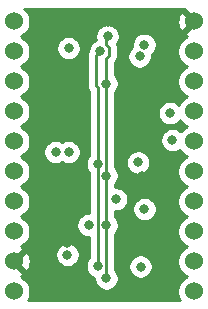
<source format=gbr>
%TF.GenerationSoftware,KiCad,Pcbnew,(5.1.9-0-10_14)*%
%TF.CreationDate,2022-01-13T23:21:40+01:00*%
%TF.ProjectId,tinypico_shield,74696e79-7069-4636-9f5f-736869656c64,rev?*%
%TF.SameCoordinates,Original*%
%TF.FileFunction,Copper,L2,Inr*%
%TF.FilePolarity,Positive*%
%FSLAX46Y46*%
G04 Gerber Fmt 4.6, Leading zero omitted, Abs format (unit mm)*
G04 Created by KiCad (PCBNEW (5.1.9-0-10_14)) date 2022-01-13 23:21:40*
%MOMM*%
%LPD*%
G01*
G04 APERTURE LIST*
%TA.AperFunction,ComponentPad*%
%ADD10C,1.524000*%
%TD*%
%TA.AperFunction,ViaPad*%
%ADD11C,0.800000*%
%TD*%
%TA.AperFunction,Conductor*%
%ADD12C,0.250000*%
%TD*%
%TA.AperFunction,Conductor*%
%ADD13C,0.254000*%
%TD*%
%TA.AperFunction,Conductor*%
%ADD14C,0.100000*%
%TD*%
G04 APERTURE END LIST*
D10*
%TO.N,GND*%
%TO.C,J7*%
X16620000Y-7745000D03*
%TO.N,Net-(J7-Pad19)*%
X16620000Y-10285000D03*
%TO.N,Net-(J7-Pad18)*%
X16620000Y-12825000D03*
%TO.N,Net-(J7-Pad17)*%
X16620000Y-15365000D03*
%TO.N,SDA*%
X16620000Y-17905000D03*
%TO.N,SCL*%
X16620000Y-20445000D03*
%TO.N,Net-(J7-Pad14)*%
X16620000Y-22985000D03*
%TO.N,Net-(J7-Pad13)*%
X16620000Y-25525000D03*
%TO.N,Net-(J7-Pad12)*%
X16620000Y-28065000D03*
%TO.N,Net-(J7-Pad11)*%
X16620000Y-30605000D03*
%TO.N,Net-(C2-Pad1)*%
X1380000Y-30605000D03*
%TO.N,GND*%
X1380000Y-28065000D03*
%TO.N,Net-(J7-Pad8)*%
X1380000Y-25525000D03*
%TO.N,Net-(J7-Pad7)*%
X1380000Y-22985000D03*
%TO.N,Net-(J7-Pad6)*%
X1380000Y-20445000D03*
%TO.N,Net-(J7-Pad5)*%
X1380000Y-17905000D03*
%TO.N,Net-(J7-Pad4)*%
X1380000Y-15365000D03*
%TO.N,Net-(J7-Pad3)*%
X1380000Y-12825000D03*
%TO.N,Net-(J7-Pad2)*%
X1380000Y-10285000D03*
%TO.N,Net-(J7-Pad1)*%
X1380000Y-7745000D03*
%TD*%
D11*
%TO.N,GND*%
X4500000Y-20500000D03*
X6600000Y-23000000D03*
X7900000Y-7800000D03*
X9300000Y-7800000D03*
X10500000Y-7800000D03*
X10500000Y-30900000D03*
X5900000Y-26500000D03*
X13600000Y-10700000D03*
X12600000Y-14700000D03*
X13600000Y-14700000D03*
X12200000Y-20800000D03*
%TO.N,SCL*%
X9200000Y-29500000D03*
X9300000Y-9000000D03*
X9200000Y-13000000D03*
X9200000Y-25000000D03*
X9200000Y-20800000D03*
X14800000Y-17800000D03*
%TO.N,SDA*%
X8474990Y-28456599D03*
X8687340Y-10287340D03*
X8474990Y-19825010D03*
%TO.N,VCC*%
X6000000Y-10000000D03*
X6000000Y-18800000D03*
X12422969Y-23625237D03*
X5900000Y-27500000D03*
X12100000Y-28500000D03*
X12414146Y-9718947D03*
X11900000Y-19674990D03*
X10000000Y-22800000D03*
X7700000Y-25000000D03*
X12020501Y-10707480D03*
X4900000Y-18800000D03*
X14600000Y-15500000D03*
%TD*%
D12*
%TO.N,SCL*%
X9200000Y-9100000D02*
X9300000Y-9000000D01*
X9200000Y-9726998D02*
X9200000Y-9100000D01*
X9412341Y-10635341D02*
X9412341Y-9939339D01*
X9200000Y-10847682D02*
X9412341Y-10635341D01*
X9412341Y-9939339D02*
X9200000Y-9726998D01*
X9200000Y-13000000D02*
X9200000Y-10847682D01*
X9200000Y-29500000D02*
X9200000Y-25000000D01*
X9200000Y-20800000D02*
X9200000Y-13000000D01*
X9200000Y-25000000D02*
X9200000Y-20800000D01*
%TO.N,SDA*%
X8287341Y-13160343D02*
X8287341Y-10687339D01*
X8474990Y-13347992D02*
X8287341Y-13160343D01*
X8474990Y-28456599D02*
X8474990Y-19825010D01*
X8287341Y-10687339D02*
X8687340Y-10287340D01*
X8474990Y-19825010D02*
X8474990Y-13347992D01*
%TD*%
D13*
%TO.N,GND*%
X15834040Y-6779435D02*
X16620000Y-7565395D01*
X16634143Y-7551253D01*
X16813748Y-7730858D01*
X16799605Y-7745000D01*
X16813748Y-7759143D01*
X16634143Y-7938748D01*
X16620000Y-7924605D01*
X15834040Y-8710565D01*
X15901020Y-8950656D01*
X16036760Y-9014485D01*
X15958273Y-9046995D01*
X15729465Y-9199880D01*
X15534880Y-9394465D01*
X15381995Y-9623273D01*
X15276686Y-9877510D01*
X15223000Y-10147408D01*
X15223000Y-10422592D01*
X15276686Y-10692490D01*
X15381995Y-10946727D01*
X15534880Y-11175535D01*
X15729465Y-11370120D01*
X15958273Y-11523005D01*
X16035515Y-11555000D01*
X15958273Y-11586995D01*
X15729465Y-11739880D01*
X15534880Y-11934465D01*
X15381995Y-12163273D01*
X15276686Y-12417510D01*
X15223000Y-12687408D01*
X15223000Y-12962592D01*
X15276686Y-13232490D01*
X15381995Y-13486727D01*
X15534880Y-13715535D01*
X15729465Y-13910120D01*
X15958273Y-14063005D01*
X16035515Y-14095000D01*
X15958273Y-14126995D01*
X15729465Y-14279880D01*
X15534880Y-14474465D01*
X15381995Y-14703273D01*
X15348309Y-14784598D01*
X15259774Y-14696063D01*
X15090256Y-14582795D01*
X14901898Y-14504774D01*
X14701939Y-14465000D01*
X14498061Y-14465000D01*
X14298102Y-14504774D01*
X14109744Y-14582795D01*
X13940226Y-14696063D01*
X13796063Y-14840226D01*
X13682795Y-15009744D01*
X13604774Y-15198102D01*
X13565000Y-15398061D01*
X13565000Y-15601939D01*
X13604774Y-15801898D01*
X13682795Y-15990256D01*
X13796063Y-16159774D01*
X13940226Y-16303937D01*
X14109744Y-16417205D01*
X14298102Y-16495226D01*
X14498061Y-16535000D01*
X14701939Y-16535000D01*
X14901898Y-16495226D01*
X15090256Y-16417205D01*
X15259774Y-16303937D01*
X15403937Y-16159774D01*
X15437416Y-16109670D01*
X15534880Y-16255535D01*
X15729465Y-16450120D01*
X15958273Y-16603005D01*
X16035515Y-16635000D01*
X15958273Y-16666995D01*
X15729465Y-16819880D01*
X15534880Y-17014465D01*
X15512168Y-17048457D01*
X15459774Y-16996063D01*
X15290256Y-16882795D01*
X15101898Y-16804774D01*
X14901939Y-16765000D01*
X14698061Y-16765000D01*
X14498102Y-16804774D01*
X14309744Y-16882795D01*
X14140226Y-16996063D01*
X13996063Y-17140226D01*
X13882795Y-17309744D01*
X13804774Y-17498102D01*
X13765000Y-17698061D01*
X13765000Y-17901939D01*
X13804774Y-18101898D01*
X13882795Y-18290256D01*
X13996063Y-18459774D01*
X14140226Y-18603937D01*
X14309744Y-18717205D01*
X14498102Y-18795226D01*
X14698061Y-18835000D01*
X14901939Y-18835000D01*
X15101898Y-18795226D01*
X15290256Y-18717205D01*
X15423191Y-18628381D01*
X15534880Y-18795535D01*
X15729465Y-18990120D01*
X15958273Y-19143005D01*
X16035515Y-19175000D01*
X15958273Y-19206995D01*
X15729465Y-19359880D01*
X15534880Y-19554465D01*
X15381995Y-19783273D01*
X15276686Y-20037510D01*
X15223000Y-20307408D01*
X15223000Y-20582592D01*
X15276686Y-20852490D01*
X15381995Y-21106727D01*
X15534880Y-21335535D01*
X15729465Y-21530120D01*
X15958273Y-21683005D01*
X16035515Y-21715000D01*
X15958273Y-21746995D01*
X15729465Y-21899880D01*
X15534880Y-22094465D01*
X15381995Y-22323273D01*
X15276686Y-22577510D01*
X15223000Y-22847408D01*
X15223000Y-23122592D01*
X15276686Y-23392490D01*
X15381995Y-23646727D01*
X15534880Y-23875535D01*
X15729465Y-24070120D01*
X15958273Y-24223005D01*
X16035515Y-24255000D01*
X15958273Y-24286995D01*
X15729465Y-24439880D01*
X15534880Y-24634465D01*
X15381995Y-24863273D01*
X15276686Y-25117510D01*
X15223000Y-25387408D01*
X15223000Y-25662592D01*
X15276686Y-25932490D01*
X15381995Y-26186727D01*
X15534880Y-26415535D01*
X15729465Y-26610120D01*
X15958273Y-26763005D01*
X16035515Y-26795000D01*
X15958273Y-26826995D01*
X15729465Y-26979880D01*
X15534880Y-27174465D01*
X15381995Y-27403273D01*
X15276686Y-27657510D01*
X15223000Y-27927408D01*
X15223000Y-28202592D01*
X15276686Y-28472490D01*
X15381995Y-28726727D01*
X15534880Y-28955535D01*
X15729465Y-29150120D01*
X15958273Y-29303005D01*
X16035515Y-29335000D01*
X15958273Y-29366995D01*
X15729465Y-29519880D01*
X15534880Y-29714465D01*
X15381995Y-29943273D01*
X15276686Y-30197510D01*
X15223000Y-30467408D01*
X15223000Y-30742592D01*
X15276686Y-31012490D01*
X15381995Y-31266727D01*
X15430955Y-31340000D01*
X2569045Y-31340000D01*
X2618005Y-31266727D01*
X2723314Y-31012490D01*
X2777000Y-30742592D01*
X2777000Y-30467408D01*
X2723314Y-30197510D01*
X2618005Y-29943273D01*
X2465120Y-29714465D01*
X2270535Y-29519880D01*
X2041727Y-29366995D01*
X1970057Y-29337308D01*
X1983023Y-29332636D01*
X2098980Y-29270656D01*
X2165960Y-29030565D01*
X1380000Y-28244605D01*
X1365858Y-28258748D01*
X1186253Y-28079143D01*
X1200395Y-28065000D01*
X1559605Y-28065000D01*
X2345565Y-28850960D01*
X2585656Y-28783980D01*
X2702756Y-28534952D01*
X2769023Y-28267865D01*
X2781910Y-27992983D01*
X2740922Y-27720867D01*
X2647636Y-27461977D01*
X2613473Y-27398061D01*
X4865000Y-27398061D01*
X4865000Y-27601939D01*
X4904774Y-27801898D01*
X4982795Y-27990256D01*
X5096063Y-28159774D01*
X5240226Y-28303937D01*
X5409744Y-28417205D01*
X5598102Y-28495226D01*
X5798061Y-28535000D01*
X6001939Y-28535000D01*
X6201898Y-28495226D01*
X6390256Y-28417205D01*
X6559774Y-28303937D01*
X6703937Y-28159774D01*
X6817205Y-27990256D01*
X6895226Y-27801898D01*
X6935000Y-27601939D01*
X6935000Y-27398061D01*
X6895226Y-27198102D01*
X6817205Y-27009744D01*
X6703937Y-26840226D01*
X6559774Y-26696063D01*
X6390256Y-26582795D01*
X6201898Y-26504774D01*
X6001939Y-26465000D01*
X5798061Y-26465000D01*
X5598102Y-26504774D01*
X5409744Y-26582795D01*
X5240226Y-26696063D01*
X5096063Y-26840226D01*
X4982795Y-27009744D01*
X4904774Y-27198102D01*
X4865000Y-27398061D01*
X2613473Y-27398061D01*
X2585656Y-27346020D01*
X2345565Y-27279040D01*
X1559605Y-28065000D01*
X1200395Y-28065000D01*
X1186253Y-28050858D01*
X1365858Y-27871253D01*
X1380000Y-27885395D01*
X2165960Y-27099435D01*
X2098980Y-26859344D01*
X1963240Y-26795515D01*
X2041727Y-26763005D01*
X2270535Y-26610120D01*
X2465120Y-26415535D01*
X2618005Y-26186727D01*
X2723314Y-25932490D01*
X2777000Y-25662592D01*
X2777000Y-25387408D01*
X2723314Y-25117510D01*
X2632415Y-24898061D01*
X6665000Y-24898061D01*
X6665000Y-25101939D01*
X6704774Y-25301898D01*
X6782795Y-25490256D01*
X6896063Y-25659774D01*
X7040226Y-25803937D01*
X7209744Y-25917205D01*
X7398102Y-25995226D01*
X7598061Y-26035000D01*
X7714990Y-26035000D01*
X7714990Y-27752888D01*
X7671053Y-27796825D01*
X7557785Y-27966343D01*
X7479764Y-28154701D01*
X7439990Y-28354660D01*
X7439990Y-28558538D01*
X7479764Y-28758497D01*
X7557785Y-28946855D01*
X7671053Y-29116373D01*
X7815216Y-29260536D01*
X7984734Y-29373804D01*
X8165000Y-29448473D01*
X8165000Y-29601939D01*
X8204774Y-29801898D01*
X8282795Y-29990256D01*
X8396063Y-30159774D01*
X8540226Y-30303937D01*
X8709744Y-30417205D01*
X8898102Y-30495226D01*
X9098061Y-30535000D01*
X9301939Y-30535000D01*
X9501898Y-30495226D01*
X9690256Y-30417205D01*
X9859774Y-30303937D01*
X10003937Y-30159774D01*
X10117205Y-29990256D01*
X10195226Y-29801898D01*
X10235000Y-29601939D01*
X10235000Y-29398061D01*
X10195226Y-29198102D01*
X10117205Y-29009744D01*
X10003937Y-28840226D01*
X9960000Y-28796289D01*
X9960000Y-28398061D01*
X11065000Y-28398061D01*
X11065000Y-28601939D01*
X11104774Y-28801898D01*
X11182795Y-28990256D01*
X11296063Y-29159774D01*
X11440226Y-29303937D01*
X11609744Y-29417205D01*
X11798102Y-29495226D01*
X11998061Y-29535000D01*
X12201939Y-29535000D01*
X12401898Y-29495226D01*
X12590256Y-29417205D01*
X12759774Y-29303937D01*
X12903937Y-29159774D01*
X13017205Y-28990256D01*
X13095226Y-28801898D01*
X13135000Y-28601939D01*
X13135000Y-28398061D01*
X13095226Y-28198102D01*
X13017205Y-28009744D01*
X12903937Y-27840226D01*
X12759774Y-27696063D01*
X12590256Y-27582795D01*
X12401898Y-27504774D01*
X12201939Y-27465000D01*
X11998061Y-27465000D01*
X11798102Y-27504774D01*
X11609744Y-27582795D01*
X11440226Y-27696063D01*
X11296063Y-27840226D01*
X11182795Y-28009744D01*
X11104774Y-28198102D01*
X11065000Y-28398061D01*
X9960000Y-28398061D01*
X9960000Y-25703711D01*
X10003937Y-25659774D01*
X10117205Y-25490256D01*
X10195226Y-25301898D01*
X10235000Y-25101939D01*
X10235000Y-24898061D01*
X10195226Y-24698102D01*
X10117205Y-24509744D01*
X10003937Y-24340226D01*
X9960000Y-24296289D01*
X9960000Y-23835000D01*
X10101939Y-23835000D01*
X10301898Y-23795226D01*
X10490256Y-23717205D01*
X10659774Y-23603937D01*
X10740413Y-23523298D01*
X11387969Y-23523298D01*
X11387969Y-23727176D01*
X11427743Y-23927135D01*
X11505764Y-24115493D01*
X11619032Y-24285011D01*
X11763195Y-24429174D01*
X11932713Y-24542442D01*
X12121071Y-24620463D01*
X12321030Y-24660237D01*
X12524908Y-24660237D01*
X12724867Y-24620463D01*
X12913225Y-24542442D01*
X13082743Y-24429174D01*
X13226906Y-24285011D01*
X13340174Y-24115493D01*
X13418195Y-23927135D01*
X13457969Y-23727176D01*
X13457969Y-23523298D01*
X13418195Y-23323339D01*
X13340174Y-23134981D01*
X13226906Y-22965463D01*
X13082743Y-22821300D01*
X12913225Y-22708032D01*
X12724867Y-22630011D01*
X12524908Y-22590237D01*
X12321030Y-22590237D01*
X12121071Y-22630011D01*
X11932713Y-22708032D01*
X11763195Y-22821300D01*
X11619032Y-22965463D01*
X11505764Y-23134981D01*
X11427743Y-23323339D01*
X11387969Y-23523298D01*
X10740413Y-23523298D01*
X10803937Y-23459774D01*
X10917205Y-23290256D01*
X10995226Y-23101898D01*
X11035000Y-22901939D01*
X11035000Y-22698061D01*
X10995226Y-22498102D01*
X10917205Y-22309744D01*
X10803937Y-22140226D01*
X10659774Y-21996063D01*
X10490256Y-21882795D01*
X10301898Y-21804774D01*
X10101939Y-21765000D01*
X9960000Y-21765000D01*
X9960000Y-21503711D01*
X10003937Y-21459774D01*
X10117205Y-21290256D01*
X10195226Y-21101898D01*
X10235000Y-20901939D01*
X10235000Y-20698061D01*
X10195226Y-20498102D01*
X10117205Y-20309744D01*
X10003937Y-20140226D01*
X9960000Y-20096289D01*
X9960000Y-19573051D01*
X10865000Y-19573051D01*
X10865000Y-19776929D01*
X10904774Y-19976888D01*
X10982795Y-20165246D01*
X11096063Y-20334764D01*
X11240226Y-20478927D01*
X11409744Y-20592195D01*
X11598102Y-20670216D01*
X11798061Y-20709990D01*
X12001939Y-20709990D01*
X12201898Y-20670216D01*
X12390256Y-20592195D01*
X12559774Y-20478927D01*
X12703937Y-20334764D01*
X12817205Y-20165246D01*
X12895226Y-19976888D01*
X12935000Y-19776929D01*
X12935000Y-19573051D01*
X12895226Y-19373092D01*
X12817205Y-19184734D01*
X12703937Y-19015216D01*
X12559774Y-18871053D01*
X12390256Y-18757785D01*
X12201898Y-18679764D01*
X12001939Y-18639990D01*
X11798061Y-18639990D01*
X11598102Y-18679764D01*
X11409744Y-18757785D01*
X11240226Y-18871053D01*
X11096063Y-19015216D01*
X10982795Y-19184734D01*
X10904774Y-19373092D01*
X10865000Y-19573051D01*
X9960000Y-19573051D01*
X9960000Y-13703711D01*
X10003937Y-13659774D01*
X10117205Y-13490256D01*
X10195226Y-13301898D01*
X10235000Y-13101939D01*
X10235000Y-12898061D01*
X10195226Y-12698102D01*
X10117205Y-12509744D01*
X10003937Y-12340226D01*
X9960000Y-12296289D01*
X9960000Y-11166011D01*
X10047315Y-11059617D01*
X10117887Y-10927588D01*
X10161344Y-10784327D01*
X10172341Y-10672674D01*
X10172341Y-10672673D01*
X10176018Y-10635341D01*
X10173083Y-10605541D01*
X10985501Y-10605541D01*
X10985501Y-10809419D01*
X11025275Y-11009378D01*
X11103296Y-11197736D01*
X11216564Y-11367254D01*
X11360727Y-11511417D01*
X11530245Y-11624685D01*
X11718603Y-11702706D01*
X11918562Y-11742480D01*
X12122440Y-11742480D01*
X12322399Y-11702706D01*
X12510757Y-11624685D01*
X12680275Y-11511417D01*
X12824438Y-11367254D01*
X12937706Y-11197736D01*
X13015727Y-11009378D01*
X13055501Y-10809419D01*
X13055501Y-10605541D01*
X13043149Y-10543444D01*
X13073920Y-10522884D01*
X13218083Y-10378721D01*
X13331351Y-10209203D01*
X13409372Y-10020845D01*
X13449146Y-9820886D01*
X13449146Y-9617008D01*
X13409372Y-9417049D01*
X13331351Y-9228691D01*
X13218083Y-9059173D01*
X13073920Y-8915010D01*
X12904402Y-8801742D01*
X12716044Y-8723721D01*
X12516085Y-8683947D01*
X12312207Y-8683947D01*
X12112248Y-8723721D01*
X11923890Y-8801742D01*
X11754372Y-8915010D01*
X11610209Y-9059173D01*
X11496941Y-9228691D01*
X11418920Y-9417049D01*
X11379146Y-9617008D01*
X11379146Y-9820886D01*
X11391498Y-9882983D01*
X11360727Y-9903543D01*
X11216564Y-10047706D01*
X11103296Y-10217224D01*
X11025275Y-10405582D01*
X10985501Y-10605541D01*
X10173083Y-10605541D01*
X10172341Y-10598008D01*
X10172341Y-9976672D01*
X10176018Y-9939339D01*
X10161344Y-9790353D01*
X10117887Y-9647093D01*
X10117887Y-9647092D01*
X10115453Y-9642539D01*
X10217205Y-9490256D01*
X10295226Y-9301898D01*
X10335000Y-9101939D01*
X10335000Y-8898061D01*
X10295226Y-8698102D01*
X10217205Y-8509744D01*
X10103937Y-8340226D01*
X9959774Y-8196063D01*
X9790256Y-8082795D01*
X9601898Y-8004774D01*
X9401939Y-7965000D01*
X9198061Y-7965000D01*
X8998102Y-8004774D01*
X8809744Y-8082795D01*
X8640226Y-8196063D01*
X8496063Y-8340226D01*
X8382795Y-8509744D01*
X8304774Y-8698102D01*
X8265000Y-8898061D01*
X8265000Y-9101939D01*
X8304774Y-9301898D01*
X8313129Y-9322067D01*
X8197084Y-9370135D01*
X8027566Y-9483403D01*
X7883403Y-9627566D01*
X7770135Y-9797084D01*
X7692114Y-9985442D01*
X7652340Y-10185401D01*
X7652340Y-10263114D01*
X7581795Y-10395093D01*
X7573454Y-10422592D01*
X7538339Y-10538353D01*
X7528786Y-10635341D01*
X7523665Y-10687339D01*
X7527342Y-10724671D01*
X7527341Y-13123020D01*
X7523665Y-13160343D01*
X7527341Y-13197665D01*
X7527341Y-13197675D01*
X7538338Y-13309328D01*
X7581795Y-13452589D01*
X7652367Y-13584619D01*
X7692212Y-13633169D01*
X7714991Y-13660926D01*
X7714990Y-19121299D01*
X7671053Y-19165236D01*
X7557785Y-19334754D01*
X7479764Y-19523112D01*
X7439990Y-19723071D01*
X7439990Y-19926949D01*
X7479764Y-20126908D01*
X7557785Y-20315266D01*
X7671053Y-20484784D01*
X7714991Y-20528722D01*
X7714991Y-23965000D01*
X7598061Y-23965000D01*
X7398102Y-24004774D01*
X7209744Y-24082795D01*
X7040226Y-24196063D01*
X6896063Y-24340226D01*
X6782795Y-24509744D01*
X6704774Y-24698102D01*
X6665000Y-24898061D01*
X2632415Y-24898061D01*
X2618005Y-24863273D01*
X2465120Y-24634465D01*
X2270535Y-24439880D01*
X2041727Y-24286995D01*
X1964485Y-24255000D01*
X2041727Y-24223005D01*
X2270535Y-24070120D01*
X2465120Y-23875535D01*
X2618005Y-23646727D01*
X2723314Y-23392490D01*
X2777000Y-23122592D01*
X2777000Y-22847408D01*
X2723314Y-22577510D01*
X2618005Y-22323273D01*
X2465120Y-22094465D01*
X2270535Y-21899880D01*
X2041727Y-21746995D01*
X1964485Y-21715000D01*
X2041727Y-21683005D01*
X2270535Y-21530120D01*
X2465120Y-21335535D01*
X2618005Y-21106727D01*
X2723314Y-20852490D01*
X2777000Y-20582592D01*
X2777000Y-20307408D01*
X2723314Y-20037510D01*
X2618005Y-19783273D01*
X2465120Y-19554465D01*
X2270535Y-19359880D01*
X2041727Y-19206995D01*
X1964485Y-19175000D01*
X2041727Y-19143005D01*
X2270535Y-18990120D01*
X2465120Y-18795535D01*
X2530250Y-18698061D01*
X3865000Y-18698061D01*
X3865000Y-18901939D01*
X3904774Y-19101898D01*
X3982795Y-19290256D01*
X4096063Y-19459774D01*
X4240226Y-19603937D01*
X4409744Y-19717205D01*
X4598102Y-19795226D01*
X4798061Y-19835000D01*
X5001939Y-19835000D01*
X5201898Y-19795226D01*
X5390256Y-19717205D01*
X5450000Y-19677285D01*
X5509744Y-19717205D01*
X5698102Y-19795226D01*
X5898061Y-19835000D01*
X6101939Y-19835000D01*
X6301898Y-19795226D01*
X6490256Y-19717205D01*
X6659774Y-19603937D01*
X6803937Y-19459774D01*
X6917205Y-19290256D01*
X6995226Y-19101898D01*
X7035000Y-18901939D01*
X7035000Y-18698061D01*
X6995226Y-18498102D01*
X6917205Y-18309744D01*
X6803937Y-18140226D01*
X6659774Y-17996063D01*
X6490256Y-17882795D01*
X6301898Y-17804774D01*
X6101939Y-17765000D01*
X5898061Y-17765000D01*
X5698102Y-17804774D01*
X5509744Y-17882795D01*
X5450000Y-17922715D01*
X5390256Y-17882795D01*
X5201898Y-17804774D01*
X5001939Y-17765000D01*
X4798061Y-17765000D01*
X4598102Y-17804774D01*
X4409744Y-17882795D01*
X4240226Y-17996063D01*
X4096063Y-18140226D01*
X3982795Y-18309744D01*
X3904774Y-18498102D01*
X3865000Y-18698061D01*
X2530250Y-18698061D01*
X2618005Y-18566727D01*
X2723314Y-18312490D01*
X2777000Y-18042592D01*
X2777000Y-17767408D01*
X2723314Y-17497510D01*
X2618005Y-17243273D01*
X2465120Y-17014465D01*
X2270535Y-16819880D01*
X2041727Y-16666995D01*
X1964485Y-16635000D01*
X2041727Y-16603005D01*
X2270535Y-16450120D01*
X2465120Y-16255535D01*
X2618005Y-16026727D01*
X2723314Y-15772490D01*
X2777000Y-15502592D01*
X2777000Y-15227408D01*
X2723314Y-14957510D01*
X2618005Y-14703273D01*
X2465120Y-14474465D01*
X2270535Y-14279880D01*
X2041727Y-14126995D01*
X1964485Y-14095000D01*
X2041727Y-14063005D01*
X2270535Y-13910120D01*
X2465120Y-13715535D01*
X2618005Y-13486727D01*
X2723314Y-13232490D01*
X2777000Y-12962592D01*
X2777000Y-12687408D01*
X2723314Y-12417510D01*
X2618005Y-12163273D01*
X2465120Y-11934465D01*
X2270535Y-11739880D01*
X2041727Y-11586995D01*
X1964485Y-11555000D01*
X2041727Y-11523005D01*
X2270535Y-11370120D01*
X2465120Y-11175535D01*
X2618005Y-10946727D01*
X2723314Y-10692490D01*
X2777000Y-10422592D01*
X2777000Y-10147408D01*
X2727402Y-9898061D01*
X4965000Y-9898061D01*
X4965000Y-10101939D01*
X5004774Y-10301898D01*
X5082795Y-10490256D01*
X5196063Y-10659774D01*
X5340226Y-10803937D01*
X5509744Y-10917205D01*
X5698102Y-10995226D01*
X5898061Y-11035000D01*
X6101939Y-11035000D01*
X6301898Y-10995226D01*
X6490256Y-10917205D01*
X6659774Y-10803937D01*
X6803937Y-10659774D01*
X6917205Y-10490256D01*
X6995226Y-10301898D01*
X7035000Y-10101939D01*
X7035000Y-9898061D01*
X6995226Y-9698102D01*
X6917205Y-9509744D01*
X6803937Y-9340226D01*
X6659774Y-9196063D01*
X6490256Y-9082795D01*
X6301898Y-9004774D01*
X6101939Y-8965000D01*
X5898061Y-8965000D01*
X5698102Y-9004774D01*
X5509744Y-9082795D01*
X5340226Y-9196063D01*
X5196063Y-9340226D01*
X5082795Y-9509744D01*
X5004774Y-9698102D01*
X4965000Y-9898061D01*
X2727402Y-9898061D01*
X2723314Y-9877510D01*
X2618005Y-9623273D01*
X2465120Y-9394465D01*
X2270535Y-9199880D01*
X2041727Y-9046995D01*
X1964485Y-9015000D01*
X2041727Y-8983005D01*
X2270535Y-8830120D01*
X2465120Y-8635535D01*
X2618005Y-8406727D01*
X2723314Y-8152490D01*
X2777000Y-7882592D01*
X2777000Y-7817017D01*
X15218090Y-7817017D01*
X15259078Y-8089133D01*
X15352364Y-8348023D01*
X15414344Y-8463980D01*
X15654435Y-8530960D01*
X16440395Y-7745000D01*
X15654435Y-6959040D01*
X15414344Y-7026020D01*
X15297244Y-7275048D01*
X15230977Y-7542135D01*
X15218090Y-7817017D01*
X2777000Y-7817017D01*
X2777000Y-7607408D01*
X2723314Y-7337510D01*
X2618005Y-7083273D01*
X2465120Y-6854465D01*
X2270655Y-6660000D01*
X15867360Y-6660000D01*
X15834040Y-6779435D01*
%TA.AperFunction,Conductor*%
D14*
G36*
X15834040Y-6779435D02*
G01*
X16620000Y-7565395D01*
X16634143Y-7551253D01*
X16813748Y-7730858D01*
X16799605Y-7745000D01*
X16813748Y-7759143D01*
X16634143Y-7938748D01*
X16620000Y-7924605D01*
X15834040Y-8710565D01*
X15901020Y-8950656D01*
X16036760Y-9014485D01*
X15958273Y-9046995D01*
X15729465Y-9199880D01*
X15534880Y-9394465D01*
X15381995Y-9623273D01*
X15276686Y-9877510D01*
X15223000Y-10147408D01*
X15223000Y-10422592D01*
X15276686Y-10692490D01*
X15381995Y-10946727D01*
X15534880Y-11175535D01*
X15729465Y-11370120D01*
X15958273Y-11523005D01*
X16035515Y-11555000D01*
X15958273Y-11586995D01*
X15729465Y-11739880D01*
X15534880Y-11934465D01*
X15381995Y-12163273D01*
X15276686Y-12417510D01*
X15223000Y-12687408D01*
X15223000Y-12962592D01*
X15276686Y-13232490D01*
X15381995Y-13486727D01*
X15534880Y-13715535D01*
X15729465Y-13910120D01*
X15958273Y-14063005D01*
X16035515Y-14095000D01*
X15958273Y-14126995D01*
X15729465Y-14279880D01*
X15534880Y-14474465D01*
X15381995Y-14703273D01*
X15348309Y-14784598D01*
X15259774Y-14696063D01*
X15090256Y-14582795D01*
X14901898Y-14504774D01*
X14701939Y-14465000D01*
X14498061Y-14465000D01*
X14298102Y-14504774D01*
X14109744Y-14582795D01*
X13940226Y-14696063D01*
X13796063Y-14840226D01*
X13682795Y-15009744D01*
X13604774Y-15198102D01*
X13565000Y-15398061D01*
X13565000Y-15601939D01*
X13604774Y-15801898D01*
X13682795Y-15990256D01*
X13796063Y-16159774D01*
X13940226Y-16303937D01*
X14109744Y-16417205D01*
X14298102Y-16495226D01*
X14498061Y-16535000D01*
X14701939Y-16535000D01*
X14901898Y-16495226D01*
X15090256Y-16417205D01*
X15259774Y-16303937D01*
X15403937Y-16159774D01*
X15437416Y-16109670D01*
X15534880Y-16255535D01*
X15729465Y-16450120D01*
X15958273Y-16603005D01*
X16035515Y-16635000D01*
X15958273Y-16666995D01*
X15729465Y-16819880D01*
X15534880Y-17014465D01*
X15512168Y-17048457D01*
X15459774Y-16996063D01*
X15290256Y-16882795D01*
X15101898Y-16804774D01*
X14901939Y-16765000D01*
X14698061Y-16765000D01*
X14498102Y-16804774D01*
X14309744Y-16882795D01*
X14140226Y-16996063D01*
X13996063Y-17140226D01*
X13882795Y-17309744D01*
X13804774Y-17498102D01*
X13765000Y-17698061D01*
X13765000Y-17901939D01*
X13804774Y-18101898D01*
X13882795Y-18290256D01*
X13996063Y-18459774D01*
X14140226Y-18603937D01*
X14309744Y-18717205D01*
X14498102Y-18795226D01*
X14698061Y-18835000D01*
X14901939Y-18835000D01*
X15101898Y-18795226D01*
X15290256Y-18717205D01*
X15423191Y-18628381D01*
X15534880Y-18795535D01*
X15729465Y-18990120D01*
X15958273Y-19143005D01*
X16035515Y-19175000D01*
X15958273Y-19206995D01*
X15729465Y-19359880D01*
X15534880Y-19554465D01*
X15381995Y-19783273D01*
X15276686Y-20037510D01*
X15223000Y-20307408D01*
X15223000Y-20582592D01*
X15276686Y-20852490D01*
X15381995Y-21106727D01*
X15534880Y-21335535D01*
X15729465Y-21530120D01*
X15958273Y-21683005D01*
X16035515Y-21715000D01*
X15958273Y-21746995D01*
X15729465Y-21899880D01*
X15534880Y-22094465D01*
X15381995Y-22323273D01*
X15276686Y-22577510D01*
X15223000Y-22847408D01*
X15223000Y-23122592D01*
X15276686Y-23392490D01*
X15381995Y-23646727D01*
X15534880Y-23875535D01*
X15729465Y-24070120D01*
X15958273Y-24223005D01*
X16035515Y-24255000D01*
X15958273Y-24286995D01*
X15729465Y-24439880D01*
X15534880Y-24634465D01*
X15381995Y-24863273D01*
X15276686Y-25117510D01*
X15223000Y-25387408D01*
X15223000Y-25662592D01*
X15276686Y-25932490D01*
X15381995Y-26186727D01*
X15534880Y-26415535D01*
X15729465Y-26610120D01*
X15958273Y-26763005D01*
X16035515Y-26795000D01*
X15958273Y-26826995D01*
X15729465Y-26979880D01*
X15534880Y-27174465D01*
X15381995Y-27403273D01*
X15276686Y-27657510D01*
X15223000Y-27927408D01*
X15223000Y-28202592D01*
X15276686Y-28472490D01*
X15381995Y-28726727D01*
X15534880Y-28955535D01*
X15729465Y-29150120D01*
X15958273Y-29303005D01*
X16035515Y-29335000D01*
X15958273Y-29366995D01*
X15729465Y-29519880D01*
X15534880Y-29714465D01*
X15381995Y-29943273D01*
X15276686Y-30197510D01*
X15223000Y-30467408D01*
X15223000Y-30742592D01*
X15276686Y-31012490D01*
X15381995Y-31266727D01*
X15430955Y-31340000D01*
X2569045Y-31340000D01*
X2618005Y-31266727D01*
X2723314Y-31012490D01*
X2777000Y-30742592D01*
X2777000Y-30467408D01*
X2723314Y-30197510D01*
X2618005Y-29943273D01*
X2465120Y-29714465D01*
X2270535Y-29519880D01*
X2041727Y-29366995D01*
X1970057Y-29337308D01*
X1983023Y-29332636D01*
X2098980Y-29270656D01*
X2165960Y-29030565D01*
X1380000Y-28244605D01*
X1365858Y-28258748D01*
X1186253Y-28079143D01*
X1200395Y-28065000D01*
X1559605Y-28065000D01*
X2345565Y-28850960D01*
X2585656Y-28783980D01*
X2702756Y-28534952D01*
X2769023Y-28267865D01*
X2781910Y-27992983D01*
X2740922Y-27720867D01*
X2647636Y-27461977D01*
X2613473Y-27398061D01*
X4865000Y-27398061D01*
X4865000Y-27601939D01*
X4904774Y-27801898D01*
X4982795Y-27990256D01*
X5096063Y-28159774D01*
X5240226Y-28303937D01*
X5409744Y-28417205D01*
X5598102Y-28495226D01*
X5798061Y-28535000D01*
X6001939Y-28535000D01*
X6201898Y-28495226D01*
X6390256Y-28417205D01*
X6559774Y-28303937D01*
X6703937Y-28159774D01*
X6817205Y-27990256D01*
X6895226Y-27801898D01*
X6935000Y-27601939D01*
X6935000Y-27398061D01*
X6895226Y-27198102D01*
X6817205Y-27009744D01*
X6703937Y-26840226D01*
X6559774Y-26696063D01*
X6390256Y-26582795D01*
X6201898Y-26504774D01*
X6001939Y-26465000D01*
X5798061Y-26465000D01*
X5598102Y-26504774D01*
X5409744Y-26582795D01*
X5240226Y-26696063D01*
X5096063Y-26840226D01*
X4982795Y-27009744D01*
X4904774Y-27198102D01*
X4865000Y-27398061D01*
X2613473Y-27398061D01*
X2585656Y-27346020D01*
X2345565Y-27279040D01*
X1559605Y-28065000D01*
X1200395Y-28065000D01*
X1186253Y-28050858D01*
X1365858Y-27871253D01*
X1380000Y-27885395D01*
X2165960Y-27099435D01*
X2098980Y-26859344D01*
X1963240Y-26795515D01*
X2041727Y-26763005D01*
X2270535Y-26610120D01*
X2465120Y-26415535D01*
X2618005Y-26186727D01*
X2723314Y-25932490D01*
X2777000Y-25662592D01*
X2777000Y-25387408D01*
X2723314Y-25117510D01*
X2632415Y-24898061D01*
X6665000Y-24898061D01*
X6665000Y-25101939D01*
X6704774Y-25301898D01*
X6782795Y-25490256D01*
X6896063Y-25659774D01*
X7040226Y-25803937D01*
X7209744Y-25917205D01*
X7398102Y-25995226D01*
X7598061Y-26035000D01*
X7714990Y-26035000D01*
X7714990Y-27752888D01*
X7671053Y-27796825D01*
X7557785Y-27966343D01*
X7479764Y-28154701D01*
X7439990Y-28354660D01*
X7439990Y-28558538D01*
X7479764Y-28758497D01*
X7557785Y-28946855D01*
X7671053Y-29116373D01*
X7815216Y-29260536D01*
X7984734Y-29373804D01*
X8165000Y-29448473D01*
X8165000Y-29601939D01*
X8204774Y-29801898D01*
X8282795Y-29990256D01*
X8396063Y-30159774D01*
X8540226Y-30303937D01*
X8709744Y-30417205D01*
X8898102Y-30495226D01*
X9098061Y-30535000D01*
X9301939Y-30535000D01*
X9501898Y-30495226D01*
X9690256Y-30417205D01*
X9859774Y-30303937D01*
X10003937Y-30159774D01*
X10117205Y-29990256D01*
X10195226Y-29801898D01*
X10235000Y-29601939D01*
X10235000Y-29398061D01*
X10195226Y-29198102D01*
X10117205Y-29009744D01*
X10003937Y-28840226D01*
X9960000Y-28796289D01*
X9960000Y-28398061D01*
X11065000Y-28398061D01*
X11065000Y-28601939D01*
X11104774Y-28801898D01*
X11182795Y-28990256D01*
X11296063Y-29159774D01*
X11440226Y-29303937D01*
X11609744Y-29417205D01*
X11798102Y-29495226D01*
X11998061Y-29535000D01*
X12201939Y-29535000D01*
X12401898Y-29495226D01*
X12590256Y-29417205D01*
X12759774Y-29303937D01*
X12903937Y-29159774D01*
X13017205Y-28990256D01*
X13095226Y-28801898D01*
X13135000Y-28601939D01*
X13135000Y-28398061D01*
X13095226Y-28198102D01*
X13017205Y-28009744D01*
X12903937Y-27840226D01*
X12759774Y-27696063D01*
X12590256Y-27582795D01*
X12401898Y-27504774D01*
X12201939Y-27465000D01*
X11998061Y-27465000D01*
X11798102Y-27504774D01*
X11609744Y-27582795D01*
X11440226Y-27696063D01*
X11296063Y-27840226D01*
X11182795Y-28009744D01*
X11104774Y-28198102D01*
X11065000Y-28398061D01*
X9960000Y-28398061D01*
X9960000Y-25703711D01*
X10003937Y-25659774D01*
X10117205Y-25490256D01*
X10195226Y-25301898D01*
X10235000Y-25101939D01*
X10235000Y-24898061D01*
X10195226Y-24698102D01*
X10117205Y-24509744D01*
X10003937Y-24340226D01*
X9960000Y-24296289D01*
X9960000Y-23835000D01*
X10101939Y-23835000D01*
X10301898Y-23795226D01*
X10490256Y-23717205D01*
X10659774Y-23603937D01*
X10740413Y-23523298D01*
X11387969Y-23523298D01*
X11387969Y-23727176D01*
X11427743Y-23927135D01*
X11505764Y-24115493D01*
X11619032Y-24285011D01*
X11763195Y-24429174D01*
X11932713Y-24542442D01*
X12121071Y-24620463D01*
X12321030Y-24660237D01*
X12524908Y-24660237D01*
X12724867Y-24620463D01*
X12913225Y-24542442D01*
X13082743Y-24429174D01*
X13226906Y-24285011D01*
X13340174Y-24115493D01*
X13418195Y-23927135D01*
X13457969Y-23727176D01*
X13457969Y-23523298D01*
X13418195Y-23323339D01*
X13340174Y-23134981D01*
X13226906Y-22965463D01*
X13082743Y-22821300D01*
X12913225Y-22708032D01*
X12724867Y-22630011D01*
X12524908Y-22590237D01*
X12321030Y-22590237D01*
X12121071Y-22630011D01*
X11932713Y-22708032D01*
X11763195Y-22821300D01*
X11619032Y-22965463D01*
X11505764Y-23134981D01*
X11427743Y-23323339D01*
X11387969Y-23523298D01*
X10740413Y-23523298D01*
X10803937Y-23459774D01*
X10917205Y-23290256D01*
X10995226Y-23101898D01*
X11035000Y-22901939D01*
X11035000Y-22698061D01*
X10995226Y-22498102D01*
X10917205Y-22309744D01*
X10803937Y-22140226D01*
X10659774Y-21996063D01*
X10490256Y-21882795D01*
X10301898Y-21804774D01*
X10101939Y-21765000D01*
X9960000Y-21765000D01*
X9960000Y-21503711D01*
X10003937Y-21459774D01*
X10117205Y-21290256D01*
X10195226Y-21101898D01*
X10235000Y-20901939D01*
X10235000Y-20698061D01*
X10195226Y-20498102D01*
X10117205Y-20309744D01*
X10003937Y-20140226D01*
X9960000Y-20096289D01*
X9960000Y-19573051D01*
X10865000Y-19573051D01*
X10865000Y-19776929D01*
X10904774Y-19976888D01*
X10982795Y-20165246D01*
X11096063Y-20334764D01*
X11240226Y-20478927D01*
X11409744Y-20592195D01*
X11598102Y-20670216D01*
X11798061Y-20709990D01*
X12001939Y-20709990D01*
X12201898Y-20670216D01*
X12390256Y-20592195D01*
X12559774Y-20478927D01*
X12703937Y-20334764D01*
X12817205Y-20165246D01*
X12895226Y-19976888D01*
X12935000Y-19776929D01*
X12935000Y-19573051D01*
X12895226Y-19373092D01*
X12817205Y-19184734D01*
X12703937Y-19015216D01*
X12559774Y-18871053D01*
X12390256Y-18757785D01*
X12201898Y-18679764D01*
X12001939Y-18639990D01*
X11798061Y-18639990D01*
X11598102Y-18679764D01*
X11409744Y-18757785D01*
X11240226Y-18871053D01*
X11096063Y-19015216D01*
X10982795Y-19184734D01*
X10904774Y-19373092D01*
X10865000Y-19573051D01*
X9960000Y-19573051D01*
X9960000Y-13703711D01*
X10003937Y-13659774D01*
X10117205Y-13490256D01*
X10195226Y-13301898D01*
X10235000Y-13101939D01*
X10235000Y-12898061D01*
X10195226Y-12698102D01*
X10117205Y-12509744D01*
X10003937Y-12340226D01*
X9960000Y-12296289D01*
X9960000Y-11166011D01*
X10047315Y-11059617D01*
X10117887Y-10927588D01*
X10161344Y-10784327D01*
X10172341Y-10672674D01*
X10172341Y-10672673D01*
X10176018Y-10635341D01*
X10173083Y-10605541D01*
X10985501Y-10605541D01*
X10985501Y-10809419D01*
X11025275Y-11009378D01*
X11103296Y-11197736D01*
X11216564Y-11367254D01*
X11360727Y-11511417D01*
X11530245Y-11624685D01*
X11718603Y-11702706D01*
X11918562Y-11742480D01*
X12122440Y-11742480D01*
X12322399Y-11702706D01*
X12510757Y-11624685D01*
X12680275Y-11511417D01*
X12824438Y-11367254D01*
X12937706Y-11197736D01*
X13015727Y-11009378D01*
X13055501Y-10809419D01*
X13055501Y-10605541D01*
X13043149Y-10543444D01*
X13073920Y-10522884D01*
X13218083Y-10378721D01*
X13331351Y-10209203D01*
X13409372Y-10020845D01*
X13449146Y-9820886D01*
X13449146Y-9617008D01*
X13409372Y-9417049D01*
X13331351Y-9228691D01*
X13218083Y-9059173D01*
X13073920Y-8915010D01*
X12904402Y-8801742D01*
X12716044Y-8723721D01*
X12516085Y-8683947D01*
X12312207Y-8683947D01*
X12112248Y-8723721D01*
X11923890Y-8801742D01*
X11754372Y-8915010D01*
X11610209Y-9059173D01*
X11496941Y-9228691D01*
X11418920Y-9417049D01*
X11379146Y-9617008D01*
X11379146Y-9820886D01*
X11391498Y-9882983D01*
X11360727Y-9903543D01*
X11216564Y-10047706D01*
X11103296Y-10217224D01*
X11025275Y-10405582D01*
X10985501Y-10605541D01*
X10173083Y-10605541D01*
X10172341Y-10598008D01*
X10172341Y-9976672D01*
X10176018Y-9939339D01*
X10161344Y-9790353D01*
X10117887Y-9647093D01*
X10117887Y-9647092D01*
X10115453Y-9642539D01*
X10217205Y-9490256D01*
X10295226Y-9301898D01*
X10335000Y-9101939D01*
X10335000Y-8898061D01*
X10295226Y-8698102D01*
X10217205Y-8509744D01*
X10103937Y-8340226D01*
X9959774Y-8196063D01*
X9790256Y-8082795D01*
X9601898Y-8004774D01*
X9401939Y-7965000D01*
X9198061Y-7965000D01*
X8998102Y-8004774D01*
X8809744Y-8082795D01*
X8640226Y-8196063D01*
X8496063Y-8340226D01*
X8382795Y-8509744D01*
X8304774Y-8698102D01*
X8265000Y-8898061D01*
X8265000Y-9101939D01*
X8304774Y-9301898D01*
X8313129Y-9322067D01*
X8197084Y-9370135D01*
X8027566Y-9483403D01*
X7883403Y-9627566D01*
X7770135Y-9797084D01*
X7692114Y-9985442D01*
X7652340Y-10185401D01*
X7652340Y-10263114D01*
X7581795Y-10395093D01*
X7573454Y-10422592D01*
X7538339Y-10538353D01*
X7528786Y-10635341D01*
X7523665Y-10687339D01*
X7527342Y-10724671D01*
X7527341Y-13123020D01*
X7523665Y-13160343D01*
X7527341Y-13197665D01*
X7527341Y-13197675D01*
X7538338Y-13309328D01*
X7581795Y-13452589D01*
X7652367Y-13584619D01*
X7692212Y-13633169D01*
X7714991Y-13660926D01*
X7714990Y-19121299D01*
X7671053Y-19165236D01*
X7557785Y-19334754D01*
X7479764Y-19523112D01*
X7439990Y-19723071D01*
X7439990Y-19926949D01*
X7479764Y-20126908D01*
X7557785Y-20315266D01*
X7671053Y-20484784D01*
X7714991Y-20528722D01*
X7714991Y-23965000D01*
X7598061Y-23965000D01*
X7398102Y-24004774D01*
X7209744Y-24082795D01*
X7040226Y-24196063D01*
X6896063Y-24340226D01*
X6782795Y-24509744D01*
X6704774Y-24698102D01*
X6665000Y-24898061D01*
X2632415Y-24898061D01*
X2618005Y-24863273D01*
X2465120Y-24634465D01*
X2270535Y-24439880D01*
X2041727Y-24286995D01*
X1964485Y-24255000D01*
X2041727Y-24223005D01*
X2270535Y-24070120D01*
X2465120Y-23875535D01*
X2618005Y-23646727D01*
X2723314Y-23392490D01*
X2777000Y-23122592D01*
X2777000Y-22847408D01*
X2723314Y-22577510D01*
X2618005Y-22323273D01*
X2465120Y-22094465D01*
X2270535Y-21899880D01*
X2041727Y-21746995D01*
X1964485Y-21715000D01*
X2041727Y-21683005D01*
X2270535Y-21530120D01*
X2465120Y-21335535D01*
X2618005Y-21106727D01*
X2723314Y-20852490D01*
X2777000Y-20582592D01*
X2777000Y-20307408D01*
X2723314Y-20037510D01*
X2618005Y-19783273D01*
X2465120Y-19554465D01*
X2270535Y-19359880D01*
X2041727Y-19206995D01*
X1964485Y-19175000D01*
X2041727Y-19143005D01*
X2270535Y-18990120D01*
X2465120Y-18795535D01*
X2530250Y-18698061D01*
X3865000Y-18698061D01*
X3865000Y-18901939D01*
X3904774Y-19101898D01*
X3982795Y-19290256D01*
X4096063Y-19459774D01*
X4240226Y-19603937D01*
X4409744Y-19717205D01*
X4598102Y-19795226D01*
X4798061Y-19835000D01*
X5001939Y-19835000D01*
X5201898Y-19795226D01*
X5390256Y-19717205D01*
X5450000Y-19677285D01*
X5509744Y-19717205D01*
X5698102Y-19795226D01*
X5898061Y-19835000D01*
X6101939Y-19835000D01*
X6301898Y-19795226D01*
X6490256Y-19717205D01*
X6659774Y-19603937D01*
X6803937Y-19459774D01*
X6917205Y-19290256D01*
X6995226Y-19101898D01*
X7035000Y-18901939D01*
X7035000Y-18698061D01*
X6995226Y-18498102D01*
X6917205Y-18309744D01*
X6803937Y-18140226D01*
X6659774Y-17996063D01*
X6490256Y-17882795D01*
X6301898Y-17804774D01*
X6101939Y-17765000D01*
X5898061Y-17765000D01*
X5698102Y-17804774D01*
X5509744Y-17882795D01*
X5450000Y-17922715D01*
X5390256Y-17882795D01*
X5201898Y-17804774D01*
X5001939Y-17765000D01*
X4798061Y-17765000D01*
X4598102Y-17804774D01*
X4409744Y-17882795D01*
X4240226Y-17996063D01*
X4096063Y-18140226D01*
X3982795Y-18309744D01*
X3904774Y-18498102D01*
X3865000Y-18698061D01*
X2530250Y-18698061D01*
X2618005Y-18566727D01*
X2723314Y-18312490D01*
X2777000Y-18042592D01*
X2777000Y-17767408D01*
X2723314Y-17497510D01*
X2618005Y-17243273D01*
X2465120Y-17014465D01*
X2270535Y-16819880D01*
X2041727Y-16666995D01*
X1964485Y-16635000D01*
X2041727Y-16603005D01*
X2270535Y-16450120D01*
X2465120Y-16255535D01*
X2618005Y-16026727D01*
X2723314Y-15772490D01*
X2777000Y-15502592D01*
X2777000Y-15227408D01*
X2723314Y-14957510D01*
X2618005Y-14703273D01*
X2465120Y-14474465D01*
X2270535Y-14279880D01*
X2041727Y-14126995D01*
X1964485Y-14095000D01*
X2041727Y-14063005D01*
X2270535Y-13910120D01*
X2465120Y-13715535D01*
X2618005Y-13486727D01*
X2723314Y-13232490D01*
X2777000Y-12962592D01*
X2777000Y-12687408D01*
X2723314Y-12417510D01*
X2618005Y-12163273D01*
X2465120Y-11934465D01*
X2270535Y-11739880D01*
X2041727Y-11586995D01*
X1964485Y-11555000D01*
X2041727Y-11523005D01*
X2270535Y-11370120D01*
X2465120Y-11175535D01*
X2618005Y-10946727D01*
X2723314Y-10692490D01*
X2777000Y-10422592D01*
X2777000Y-10147408D01*
X2727402Y-9898061D01*
X4965000Y-9898061D01*
X4965000Y-10101939D01*
X5004774Y-10301898D01*
X5082795Y-10490256D01*
X5196063Y-10659774D01*
X5340226Y-10803937D01*
X5509744Y-10917205D01*
X5698102Y-10995226D01*
X5898061Y-11035000D01*
X6101939Y-11035000D01*
X6301898Y-10995226D01*
X6490256Y-10917205D01*
X6659774Y-10803937D01*
X6803937Y-10659774D01*
X6917205Y-10490256D01*
X6995226Y-10301898D01*
X7035000Y-10101939D01*
X7035000Y-9898061D01*
X6995226Y-9698102D01*
X6917205Y-9509744D01*
X6803937Y-9340226D01*
X6659774Y-9196063D01*
X6490256Y-9082795D01*
X6301898Y-9004774D01*
X6101939Y-8965000D01*
X5898061Y-8965000D01*
X5698102Y-9004774D01*
X5509744Y-9082795D01*
X5340226Y-9196063D01*
X5196063Y-9340226D01*
X5082795Y-9509744D01*
X5004774Y-9698102D01*
X4965000Y-9898061D01*
X2727402Y-9898061D01*
X2723314Y-9877510D01*
X2618005Y-9623273D01*
X2465120Y-9394465D01*
X2270535Y-9199880D01*
X2041727Y-9046995D01*
X1964485Y-9015000D01*
X2041727Y-8983005D01*
X2270535Y-8830120D01*
X2465120Y-8635535D01*
X2618005Y-8406727D01*
X2723314Y-8152490D01*
X2777000Y-7882592D01*
X2777000Y-7817017D01*
X15218090Y-7817017D01*
X15259078Y-8089133D01*
X15352364Y-8348023D01*
X15414344Y-8463980D01*
X15654435Y-8530960D01*
X16440395Y-7745000D01*
X15654435Y-6959040D01*
X15414344Y-7026020D01*
X15297244Y-7275048D01*
X15230977Y-7542135D01*
X15218090Y-7817017D01*
X2777000Y-7817017D01*
X2777000Y-7607408D01*
X2723314Y-7337510D01*
X2618005Y-7083273D01*
X2465120Y-6854465D01*
X2270655Y-6660000D01*
X15867360Y-6660000D01*
X15834040Y-6779435D01*
G37*
%TD.AperFunction*%
%TD*%
M02*

</source>
